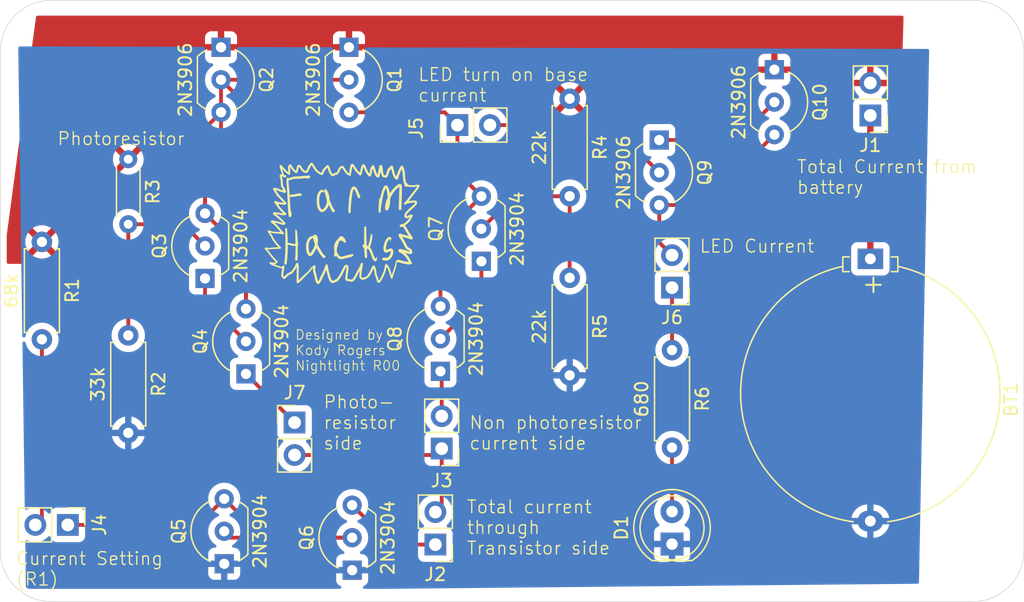
<source format=kicad_pcb>
(kicad_pcb (version 20240108) (generator "pcbnew") (generator_version "8.0")
  (layers (0 "F.Cu" signal) (31 "B.Cu" signal) (34 "B.Paste" user) (35 "F.Paste" user) (36 "B.SilkS" user "B.Silkscreen") (37 "F.SilkS" user "F.Silkscreen") (38 "B.Mask" user) (39 "F.Mask" user) (44 "Edge.Cuts" user))
  (net 0 "")
  (net 1 "GND")
  (net 2 "Net-(BT1-+)")
  (net 3 "Net-(D1-A)")
  (net 4 "Net-(J2-Pin_2)")
  (net 5 "Net-(J2-Pin_1)")
  (net 6 "Net-(J3-Pin_2)")
  (net 7 "Net-(J4-Pin_1)")
  (net 8 "Net-(J4-Pin_2)")
  (net 9 "Net-(J5-Pin_2)")
  (net 10 "Net-(J5-Pin_1)")
  (net 11 "Net-(J6-Pin_1)")
  (net 12 "Net-(J6-Pin_2)")
  (net 13 "Net-(J7-Pin_1)")
  (net 14 "Net-(Q1-B)")
  (net 15 "Net-(Q3-B)")
  (net 16 "Net-(Q3-E)")
  (net 17 "Net-(Q7-B)")
  (net 18 "Net-(Q7-E)")
  (net 19 "Net-(Q10-B)")
  (net 20 "/power")
  (footprint "Resistor_THT:R_Axial_DIN0204_L3.6mm_D1.6mm_P5.08mm_Horizontal" (layer "F.Cu") (at 59 70.42 -90)
    (property "Reference" "R3" (at 2.54 -1.92 90) (layer "F.SilkS"))
    (property "Value" "R_Photo")
    (pad "1" thru_hole circle (at 0 0 270) (size 1.4 1.4) (drill 0.7) (layers "*.Cu" "*.Mask") (net 20 "/power"))
    (pad "2" thru_hole oval (at 5.08 0 270) (size 1.4 1.4) (drill 0.7) (layers "*.Cu" "*.Mask") (net 15 "Net-(Q3-B)"))
  )
  (footprint "Resistor_THT:R_Axial_DIN0207_L6.3mm_D2.5mm_P7.62mm_Horizontal" (layer "F.Cu") (at 52.25 76.88 -90)
    (property "Reference" "R1" (at 3.81 -2.37 90) (layer "F.SilkS"))
    (property "Value" "68k" (at 3.81 2.37 90) (layer "F.SilkS"))
    (pad "1" thru_hole circle (at 0 0 270) (size 1.6 1.6) (drill 0.8) (layers "*.Cu" "*.Mask") (net 20 "/power"))
    (pad "2" thru_hole oval (at 7.62 0 270) (size 1.6 1.6) (drill 0.8) (layers "*.Cu" "*.Mask") (net 8 "Net-(J4-Pin_2)"))
  )
  (footprint "Package_TO_SOT_THT:TO-92_Inline_Wide" (layer "F.Cu") (at 76.5 102.54 90)
    (property "Reference" "Q6" (at 2.54 -3.56 90) (layer "F.SilkS"))
    (property "Value" "2N3904" (at 2.54 2.79 90) (layer "F.SilkS"))
    (pad "1" thru_hole rect (at 0 0 90) (size 1.5 1.5) (drill 0.8) (layers "*.Cu" "*.Mask") (net 1 "GND"))
    (pad "2" thru_hole circle (at 2.54 0 90) (size 1.5 1.5) (drill 0.8) (layers "*.Cu" "*.Mask") (net 7 "Net-(J4-Pin_1)"))
    (pad "3" thru_hole circle (at 5.08 0 90) (size 1.5 1.5) (drill 0.8) (layers "*.Cu" "*.Mask") (net 5 "Net-(J2-Pin_1)"))
  )
  (footprint "Package_TO_SOT_THT:TO-92_Inline_Wide" (layer "F.Cu") (at 76.25 61.67 -90)
    (property "Reference" "Q1" (at 2.54 -3.56 90) (layer "F.SilkS"))
    (property "Value" "2N3906" (at 2.54 2.79 90) (layer "F.SilkS"))
    (pad "1" thru_hole rect (at 0 0 270) (size 1.5 1.5) (drill 0.8) (layers "*.Cu" "*.Mask") (net 20 "/power"))
    (pad "2" thru_hole circle (at 2.54 0 270) (size 1.5 1.5) (drill 0.8) (layers "*.Cu" "*.Mask") (net 14 "Net-(Q1-B)"))
    (pad "3" thru_hole circle (at 5.08 0 270) (size 1.5 1.5) (drill 0.8) (layers "*.Cu" "*.Mask") (net 10 "Net-(J5-Pin_1)"))
  )
  (footprint "Battery:Battery_Panasonic_CR2032-HFN_Horizontal_CircularHoles" (layer "F.Cu") (at 117.000122 78.205 -90)
    (property "Reference" "BT1" (at 11 -11 90) (layer "F.SilkS"))
    (property "Value" "Battery_Cell")
    (fp_text user "+" (at 2.032 -0.127 90) (layer "F.SilkS") (effects (font (size 1.5 1.5))))
    (pad "1" thru_hole rect (at 0 0 270) (size 1.6 2) (drill 0.85) (layers "*.Cu" "*.Mask") (net 2 "Net-(BT1-+)"))
    (pad "2" thru_hole oval (at 20.5 0 270) (size 1.6 2) (drill 0.85) (layers "*.Cu" "*.Mask") (net 1 "GND"))
  )
  (footprint "Package_TO_SOT_THT:TO-92_Inline_Wide" (layer "F.Cu") (at 109.5 63.42 -90)
    (property "Reference" "Q10" (at 2.54 -3.56 90) (layer "F.SilkS"))
    (property "Value" "2N3906" (at 2.54 2.79 90) (layer "F.SilkS"))
    (pad "1" thru_hole rect (at 0 0 270) (size 1.5 1.5) (drill 0.8) (layers "*.Cu" "*.Mask") (net 20 "/power"))
    (pad "2" thru_hole circle (at 2.54 0 270) (size 1.5 1.5) (drill 0.8) (layers "*.Cu" "*.Mask") (net 19 "Net-(Q10-B)"))
    (pad "3" thru_hole circle (at 5.08 0 270) (size 1.5 1.5) (drill 0.8) (layers "*.Cu" "*.Mask") (net 12 "Net-(J6-Pin_2)"))
  )
  (footprint "Resistor_THT:R_Axial_DIN0207_L6.3mm_D2.5mm_P7.62mm_Horizontal" (layer "F.Cu") (at 101.5 85.34 -90)
    (property "Reference" "R6" (at 3.81 -2.37 90) (layer "F.SilkS"))
    (property "Value" "680" (at 3.81 2.37 90) (layer "F.SilkS"))
    (pad "1" thru_hole circle (at 0 0 270) (size 1.6 1.6) (drill 0.8) (layers "*.Cu" "*.Mask") (net 11 "Net-(J6-Pin_1)"))
    (pad "2" thru_hole oval (at 7.62 0 270) (size 1.6 1.6) (drill 0.8) (layers "*.Cu" "*.Mask") (net 3 "Net-(D1-A)"))
  )
  (footprint "Package_TO_SOT_THT:TO-92_Inline_Wide" (layer "F.Cu") (at 66.5 102.04 90)
    (property "Reference" "Q5" (at 2.54 -3.56 90) (layer "F.SilkS"))
    (property "Value" "2N3904" (at 2.54 2.79 90) (layer "F.SilkS"))
    (pad "1" thru_hole rect (at 0 0 90) (size 1.5 1.5) (drill 0.8) (layers "*.Cu" "*.Mask") (net 1 "GND"))
    (pad "2" thru_hole circle (at 2.54 0 90) (size 1.5 1.5) (drill 0.8) (layers "*.Cu" "*.Mask") (net 7 "Net-(J4-Pin_1)"))
    (pad "3" thru_hole circle (at 5.08 0 90) (size 1.5 1.5) (drill 0.8) (layers "*.Cu" "*.Mask") (net 7 "Net-(J4-Pin_1)"))
  )
  (footprint "Connector_PinHeader_2.54mm:PinHeader_1x02_P2.54mm_Vertical" (layer "F.Cu") (at 54.275 99 -90)
    (property "Reference" "J4" (at 0 -2.475 90) (layer "F.SilkS"))
    (property "Value" "Conn_01x02_Pin" (hide yes))
    (pad "1" thru_hole rect (at 0 0 270) (size 1.7 1.7) (drill 1) (layers "*.Cu" "*.Mask") (net 7 "Net-(J4-Pin_1)"))
    (pad "2" thru_hole oval (at 0 2.54 270) (size 1.7 1.7) (drill 1) (layers "*.Cu" "*.Mask") (net 8 "Net-(J4-Pin_2)"))
  )
  (footprint "kicad_libraries:farm_hacks" (layer "F.Cu") (at 76 76)
    (property "Reference" "G***" (hide yes))
    (property "Value" "LOGO" (hide yes))
  )
  (footprint "Package_TO_SOT_THT:TO-92_Inline_Wide" (layer "F.Cu") (at 100.5 68.92 -90)
    (property "Reference" "Q9" (at 2.54 -3.56 90) (layer "F.SilkS"))
    (property "Value" "2N3906" (at 2.54 2.79 90) (layer "F.SilkS"))
    (pad "1" thru_hole rect (at 0 0 270) (size 1.5 1.5) (drill 0.8) (layers "*.Cu" "*.Mask") (net 19 "Net-(Q10-B)"))
    (pad "2" thru_hole circle (at 2.54 0 270) (size 1.5 1.5) (drill 0.8) (layers "*.Cu" "*.Mask") (net 9 "Net-(J5-Pin_2)"))
    (pad "3" thru_hole circle (at 5.08 0 270) (size 1.5 1.5) (drill 0.8) (layers "*.Cu" "*.Mask") (net 12 "Net-(J6-Pin_2)"))
  )
  (footprint "Connector_PinHeader_2.54mm:PinHeader_1x02_P2.54mm_Vertical" (layer "F.Cu") (at 72 91)
    (property "Reference" "J7" (at 0 -2.33 360) (layer "F.SilkS"))
    (property "Value" "Conn_01x02_Pin" (hide yes))
    (pad "1" thru_hole rect (at 0 0) (size 1.7 1.7) (drill 1) (layers "*.Cu" "*.Mask") (net 13 "Net-(J7-Pin_1)"))
    (pad "2" thru_hole oval (at 0 2.54) (size 1.7 1.7) (drill 1) (layers "*.Cu" "*.Mask") (net 4 "Net-(J2-Pin_2)"))
  )
  (footprint "Resistor_THT:R_Axial_DIN0207_L6.3mm_D2.5mm_P7.62mm_Horizontal" (layer "F.Cu") (at 93.5 65.69 -90)
    (property "Reference" "R4" (at 3.81 -2.37 90) (layer "F.SilkS"))
    (property "Value" "22k" (at 3.81 2.37 90) (layer "F.SilkS"))
    (pad "1" thru_hole circle (at 0 0 270) (size 1.6 1.6) (drill 0.8) (layers "*.Cu" "*.Mask") (net 20 "/power"))
    (pad "2" thru_hole oval (at 7.62 0 270) (size 1.6 1.6) (drill 0.8) (layers "*.Cu" "*.Mask") (net 17 "Net-(Q7-B)"))
  )
  (footprint "Connector_PinHeader_2.54mm:PinHeader_1x02_P2.54mm_Vertical" (layer "F.Cu") (at 117 67 180)
    (property "Reference" "J1" (at 0 -2.33 360) (layer "F.SilkS"))
    (property "Value" "Conn_01x02_Pin" (hide yes))
    (pad "1" thru_hole rect (at 0 0 180) (size 1.7 1.7) (drill 1) (layers "*.Cu" "*.Mask") (net 2 "Net-(BT1-+)"))
    (pad "2" thru_hole oval (at 0 2.54 180) (size 1.7 1.7) (drill 1) (layers "*.Cu" "*.Mask") (net 20 "/power"))
  )
  (footprint "Connector_PinHeader_2.54mm:PinHeader_1x02_P2.54mm_Vertical" (layer "F.Cu") (at 83.5 93.04 180)
    (property "Reference" "J3" (at 0 -2.5 360) (layer "F.SilkS"))
    (property "Value" "Conn_01x02_Pin" (hide yes))
    (pad "1" thru_hole rect (at 0 0 180) (size 1.7 1.7) (drill 1) (layers "*.Cu" "*.Mask") (net 4 "Net-(J2-Pin_2)"))
    (pad "2" thru_hole oval (at 0 2.54 180) (size 1.7 1.7) (drill 1) (layers "*.Cu" "*.Mask") (net 6 "Net-(J3-Pin_2)"))
  )
  (footprint "Resistor_THT:R_Axial_DIN0207_L6.3mm_D2.5mm_P7.62mm_Horizontal" (layer "F.Cu") (at 59 84.19 -90)
    (property "Reference" "R2" (at 3.81 -2.37 90) (layer "F.SilkS"))
    (property "Value" "33k" (at 3.81 2.37 90) (layer "F.SilkS"))
    (pad "1" thru_hole circle (at 0 0 270) (size 1.6 1.6) (drill 0.8) (layers "*.Cu" "*.Mask") (net 15 "Net-(Q3-B)"))
    (pad "2" thru_hole oval (at 7.62 0 270) (size 1.6 1.6) (drill 0.8) (layers "*.Cu" "*.Mask") (net 1 "GND"))
  )
  (footprint "Package_TO_SOT_THT:TO-92_Inline_Wide" (layer "F.Cu") (at 68.2 87.2 90)
    (property "Reference" "Q4" (at 2.54 -3.56 90) (layer "F.SilkS"))
    (property "Value" "2N3904" (at 2.54 2.79 90) (layer "F.SilkS"))
    (pad "1" thru_hole rect (at 0 0 90) (size 1.5 1.5) (drill 0.8) (layers "*.Cu" "*.Mask") (net 13 "Net-(J7-Pin_1)"))
    (pad "2" thru_hole circle (at 2.54 0 90) (size 1.5 1.5) (drill 0.8) (layers "*.Cu" "*.Mask") (net 16 "Net-(Q3-E)"))
    (pad "3" thru_hole circle (at 5.08 0 90) (size 1.5 1.5) (drill 0.8) (layers "*.Cu" "*.Mask") (net 14 "Net-(Q1-B)"))
  )
  (footprint "Package_TO_SOT_THT:TO-92_Inline_Wide" (layer "F.Cu") (at 83.4 87 90)
    (property "Reference" "Q8" (at 2.54 -3.56 90) (layer "F.SilkS"))
    (property "Value" "2N3904" (at 2.54 2.79 90) (layer "F.SilkS"))
    (pad "1" thru_hole rect (at 0 0 90) (size 1.5 1.5) (drill 0.8) (layers "*.Cu" "*.Mask") (net 6 "Net-(J3-Pin_2)"))
    (pad "2" thru_hole circle (at 2.54 0 90) (size 1.5 1.5) (drill 0.8) (layers "*.Cu" "*.Mask") (net 18 "Net-(Q7-E)"))
    (pad "3" thru_hole circle (at 5.08 0 90) (size 1.5 1.5) (drill 0.8) (layers "*.Cu" "*.Mask") (net 10 "Net-(J5-Pin_1)"))
  )
  (footprint "Connector_PinHeader_2.54mm:PinHeader_1x02_P2.54mm_Vertical" (layer "F.Cu") (at 101.5 80.46 180)
    (property "Reference" "J6" (at 0 -2.33 360) (layer "F.SilkS"))
    (property "Value" "Conn_01x02_Pin" (hide yes))
    (pad "1" thru_hole rect (at 0 0 180) (size 1.7 1.7) (drill 1) (layers "*.Cu" "*.Mask") (net 11 "Net-(J6-Pin_1)"))
    (pad "2" thru_hole oval (at 0 2.54 180) (size 1.7 1.7) (drill 1) (layers "*.Cu" "*.Mask") (net 12 "Net-(J6-Pin_2)"))
  )
  (footprint "Package_TO_SOT_THT:TO-92_Inline_Wide" (layer "F.Cu") (at 65 79.74 90)
    (property "Reference" "Q3" (at 2.54 -3.56 90) (layer "F.SilkS"))
    (property "Value" "2N3904" (at 2.54 2.79 90) (layer "F.SilkS"))
    (pad "1" thru_hole rect (at 0 0 90) (size 1.5 1.5) (drill 0.8) (layers "*.Cu" "*.Mask") (net 16 "Net-(Q3-E)"))
    (pad "2" thru_hole circle (at 2.54 0 90) (size 1.5 1.5) (drill 0.8) (layers "*.Cu" "*.Mask") (net 15 "Net-(Q3-B)"))
    (pad "3" thru_hole circle (at 5.08 0 90) (size 1.5 1.5) (drill 0.8) (layers "*.Cu" "*.Mask") (net 14 "Net-(Q1-B)"))
  )
  (footprint "LED_THT:LED_D5.0mm" (layer "F.Cu") (at 101.5 100.5 90)
    (property "Reference" "D1" (at 1.27 -3.96 90) (layer "F.SilkS"))
    (property "Value" "LED")
    (pad "1" thru_hole rect (at 0 0 90) (size 1.8 1.8) (drill 0.9) (layers "*.Cu" "*.Mask") (net 1 "GND"))
    (pad "2" thru_hole circle (at 2.54 0 90) (size 1.8 1.8) (drill 0.9) (layers "*.Cu" "*.Mask") (net 3 "Net-(D1-A)"))
  )
  (footprint "Package_TO_SOT_THT:TO-92_Inline_Wide" (layer "F.Cu") (at 86.6 78.4 90)
    (property "Reference" "Q7" (at 2.54 -3.56 90) (layer "F.SilkS"))
    (property "Value" "2N3904" (at 2.54 2.79 90) (layer "F.SilkS"))
    (pad "1" thru_hole rect (at 0 0 90) (size 1.5 1.5) (drill 0.8) (layers "*.Cu" "*.Mask") (net 18 "Net-(Q7-E)"))
    (pad "2" thru_hole circle (at 2.54 0 90) (size 1.5 1.5) (drill 0.8) (layers "*.Cu" "*.Mask") (net 17 "Net-(Q7-B)"))
    (pad "3" thru_hole circle (at 5.08 0 90) (size 1.5 1.5) (drill 0.8) (layers "*.Cu" "*.Mask") (net 10 "Net-(J5-Pin_1)"))
  )
  (footprint "Connector_PinHeader_2.54mm:PinHeader_1x02_P2.54mm_Vertical" (layer "F.Cu") (at 83 100.54 180)
    (property "Reference" "J2" (at 0 -2.33 360) (layer "F.SilkS"))
    (property "Value" "Conn_01x02_Pin" (hide yes))
    (pad "1" thru_hole rect (at 0 0 180) (size 1.7 1.7) (drill 1) (layers "*.Cu" "*.Mask") (net 5 "Net-(J2-Pin_1)"))
    (pad "2" thru_hole oval (at 0 2.54 180) (size 1.7 1.7) (drill 1) (layers "*.Cu" "*.Mask") (net 4 "Net-(J2-Pin_2)"))
  )
  (footprint "Package_TO_SOT_THT:TO-92_Inline_Wide" (layer "F.Cu") (at 66.25 61.67 -90)
    (property "Reference" "Q2" (at 2.54 -3.56 90) (layer "F.SilkS"))
    (property "Value" "2N3906" (at 2.54 2.79 90) (layer "F.SilkS"))
    (pad "1" thru_hole rect (at 0 0 270) (size 1.5 1.5) (drill 0.8) (layers "*.Cu" "*.Mask") (net 20 "/power"))
    (pad "2" thru_hole circle (at 2.54 0 270) (size 1.5 1.5) (drill 0.8) (layers "*.Cu" "*.Mask") (net 14 "Net-(Q1-B)"))
    (pad "3" thru_hole circle (at 5.08 0 270) (size 1.5 1.5) (drill 0.8) (layers "*.Cu" "*.Mask") (net 14 "Net-(Q1-B)"))
  )
  (footprint "Resistor_THT:R_Axial_DIN0207_L6.3mm_D2.5mm_P7.62mm_Horizontal" (layer "F.Cu") (at 93.5 79.69 -90)
    (property "Reference" "R5" (at 3.81 -2.37 90) (layer "F.SilkS"))
    (property "Value" "22k" (at 3.81 2.37 90) (layer "F.SilkS"))
    (pad "1" thru_hole circle (at 0 0 270) (size 1.6 1.6) (drill 0.8) (layers "*.Cu" "*.Mask") (net 17 "Net-(Q7-B)"))
    (pad "2" thru_hole oval (at 7.62 0 270) (size 1.6 1.6) (drill 0.8) (layers "*.Cu" "*.Mask") (net 1 "GND"))
  )
  (footprint "Connector_PinHeader_2.54mm:PinHeader_1x02_P2.54mm_Vertical" (layer "F.Cu") (at 84.725 67.75 90)
    (property "Reference" "J5" (at -0.25 -3.225 90) (layer "F.SilkS"))
    (property "Value" "Conn_01x02_Pin" (hide yes))
    (pad "1" thru_hole rect (at 0 0 90) (size 1.7 1.7) (drill 1) (layers "*.Cu" "*.Mask") (net 10 "Net-(J5-Pin_1)"))
    (pad "2" thru_hole oval (at 0 2.54 90) (size 1.7 1.7) (drill 1) (layers "*.Cu" "*.Mask") (net 9 "Net-(J5-Pin_2)"))
  )
  (gr_arc (start 49 62) (mid 50.171573 59.171573) (end 53 58) (stroke (width 0.05)) (layer "Edge.Cuts"))
  (gr_line (start 125 105) (end 53 105) (stroke (width 0.05)) (layer "Edge.Cuts"))
  (gr_line (start 129 62) (end 129 101) (stroke (width 0.05)) (layer "Edge.Cuts"))
  (gr_line (start 49 101) (end 49 62) (stroke (width 0.05)) (layer "Edge.Cuts"))
  (gr_arc (start 125 58) (mid 127.828427 59.171573) (end 129 62) (stroke (width 0.05)) (layer "Edge.Cuts"))
  (gr_arc (start 53 105) (mid 50.171573 103.828427) (end 49 101) (stroke (width 0.05)) (layer "Edge.Cuts"))
  (gr_arc (start 129 101) (mid 127.828427 103.828427) (end 125 105) (stroke (width 0.05)) (layer "Edge.Cuts"))
  (gr_line (start 53 58) (end 125 58) (stroke (width 0.05)) (layer "Edge.Cuts"))
  (gr_text "Total current \nthrough\nTransistor side" (at 85.4 101.4 0) (layer "F.SilkS") (effects (font (size 1 1) (thickness 0.1)) (justify left bottom)))
  (gr_text "Current Setting\n(R1)" (at 50.171573 103.828427 0) (layer "F.SilkS") (effects (font (size 1 1) (thickness 0.1)) (justify left bottom)))
  (gr_text "Non photoresistor\ncurrent side" (at 85.6 93.2 0) (layer "F.SilkS") (effects (font (size 1 1) (thickness 0.1)) (justify left bottom)))
  (gr_text "Photoresistor" (at 53.4 69.4 0) (layer "F.SilkS") (effects (font (size 1 1) (thickness 0.1)) (justify left bottom)))
  (gr_text "Designed by \nKody Rogers\nNightlight R00" (at 72 87 0) (layer "F.SilkS") (effects (font (size 0.75 0.75) (thickness 0.075)) (justify left bottom)))
  (gr_text "LED Current" (at 103.6 77.8 0) (layer "F.SilkS") (effects (font (size 1 1) (thickness 0.1)) (justify left bottom)))
  (gr_text "LED turn on base\ncurrent" (at 81.6 66 0) (layer "F.SilkS") (effects (font (size 1 1) (thickness 0.1)) (justify left bottom)))
  (gr_text "Total Current from \nbattery" (at 111.2 73.2 0) (layer "F.SilkS") (effects (font (size 1 1) (thickness 0.1)) (justify left bottom)))
  (gr_text "Photo-\nresistor\nside" (at 74.2 93.2 0) (layer "F.SilkS") (effects (font (size 1 1) (thickness 0.1)) (justify left bottom)))
  (segment (start 117.000122 67.000122) (end 117 67) (width 0.5) (layer "F.Cu") (net 2))
  (segment (start 117.000122 78.205) (end 117.000122 67.000122) (width 0.5) (layer "F.Cu") (net 2))
  (segment (start 101.5 92.96) (end 101.5 97.96) (width 0.3) (layer "F.Cu") (net 3))
  (segment (start 72 93.54) (end 83 93.54) (width 0.3) (layer "F.Cu") (net 4))
  (segment (start 83 93.54) (end 83.5 93.04) (width 0.3) (layer "F.Cu") (net 4))
  (segment (start 83.5 93.04) (end 83.5 97.5) (width 0.3) (layer "F.Cu") (net 4))
  (segment (start 83.5 97.5) (end 83 98) (width 0.3) (layer "F.Cu") (net 4))
  (segment (start 83 100.54) (end 79.58 100.54) (width 0.3) (layer "F.Cu") (net 5))
  (segment (start 79.58 100.54) (end 76.5 97.46) (width 0.3) (layer "F.Cu") (net 5))
  (segment (start 83.4 87.2) (end 83.5 87.3) (width 0.3) (layer "F.Cu") (net 6))
  (segment (start 83.4 87) (end 83.4 87.2) (width 0.3) (layer "F.Cu") (net 6))
  (segment (start 83.5 87.3) (end 83.5 90.5) (width 0.3) (layer "F.Cu") (net 6))
  (segment (start 76.5 100) (end 67 100) (width 0.3) (layer "F.Cu") (net 7))
  (segment (start 69.54 100) (end 76.5 100) (width 0.3) (layer "F.Cu") (net 7))
  (segment (start 64.46 99) (end 66.5 96.96) (width 0.3) (layer "F.Cu") (net 7))
  (segment (start 54.275 99) (end 64.46 99) (width 0.3) (layer "F.Cu") (net 7))
  (segment (start 66.5 96.96) (end 69.54 100) (width 0.3) (layer "F.Cu") (net 7))
  (segment (start 67 100) (end 66.5 99.5) (width 0.3) (layer "F.Cu") (net 7))
  (segment (start 52.25 98.485) (end 51.735 99) (width 0.3) (layer "F.Cu") (net 8))
  (segment (start 52.25 84.5) (end 52.25 98.485) (width 0.3) (layer "F.Cu") (net 8))
  (segment (start 87.265 67.75) (end 96.79 67.75) (width 0.3) (layer "F.Cu") (net 9))
  (segment (start 96.79 67.75) (end 100.5 71.46) (width 0.3) (layer "F.Cu") (net 9))
  (segment (start 83.725 66.75) (end 84.725 67.75) (width 0.3) (layer "F.Cu") (net 10))
  (segment (start 86.6 73.32) (end 83.4 76.52) (width 0.3) (layer "F.Cu") (net 10))
  (segment (start 76.25 66.75) (end 83.725 66.75) (width 0.3) (layer "F.Cu") (net 10))
  (segment (start 84.725 71.445) (end 86.6 73.32) (width 0.3) (layer "F.Cu") (net 10))
  (segment (start 84.725 67.75) (end 84.725 71.445) (width 0.3) (layer "F.Cu") (net 10))
  (segment (start 83.4 76.52) (end 83.4 81.92) (width 0.3) (layer "F.Cu") (net 10))
  (segment (start 101.5 80.46) (end 101.5 85.34) (width 0.3) (layer "F.Cu") (net 11))
  (segment (start 109.5 68.5) (end 104 74) (width 0.3) (layer "F.Cu") (net 12))
  (segment (start 100.5 74) (end 100.5 76.92) (width 0.3) (layer "F.Cu") (net 12))
  (segment (start 100.5 76.92) (end 101.5 77.92) (width 0.3) (layer "F.Cu") (net 12))
  (segment (start 104 74) (end 100.5 74) (width 0.3) (layer "F.Cu") (net 12))
  (segment (start 68.2 87.2) (end 72 91) (width 0.3) (layer "F.Cu") (net 13))
  (segment (start 66.25 66.75) (end 66.25 71.05) (width 0.3) (layer "F.Cu") (net 14))
  (segment (start 68.2 77.86) (end 65 74.66) (width 0.3) (layer "F.Cu") (net 14))
  (segment (start 68.2 82.12) (end 68.2 77.86) (width 0.3) (layer "F.Cu") (net 14))
  (segment (start 65 68) (end 66.25 66.75) (width 0.3) (layer "F.Cu") (net 14))
  (segment (start 65 74.66) (end 65 68) (width 0.3) (layer "F.Cu") (net 14))
  (segment (start 71 64.21) (end 76.25 64.21) (width 0.3) (layer "F.Cu") (net 14))
  (segment (start 66.25 71.05) (end 68.2 73) (width 0.3) (layer "F.Cu") (net 14))
  (segment (start 65 70.21) (end 71 64.21) (width 0.3) (layer "F.Cu") (net 14))
  (segment (start 66.25 64.21) (end 68.2 66.16) (width 0.3) (layer "F.Cu") (net 14))
  (segment (start 68.2 73) (end 68.2 82.12) (width 0.3) (layer "F.Cu") (net 14))
  (segment (start 66.25 64.21) (end 66.25 66.75) (width 0.3) (layer "F.Cu") (net 14))
  (segment (start 65 74.66) (end 65 70.21) (width 0.3) (layer "F.Cu") (net 14))
  (segment (start 68.2 66.16) (end 68.2 73) (width 0.3) (layer "F.Cu") (net 14))
  (segment (start 66.25 64.21) (end 71 64.21) (width 0.3) (layer "F.Cu") (net 14))
  (segment (start 59 75.5) (end 63.3 75.5) (width 0.3) (layer "F.Cu") (net 15))
  (segment (start 59 75.5) (end 59 84.19) (width 0.3) (layer "F.Cu") (net 15))
  (segment (start 63.3 75.5) (end 65 77.2) (width 0.3) (layer "F.Cu") (net 15))
  (segment (start 65 81.46) (end 68.2 84.66) (width 0.3) (layer "F.Cu") (net 16))
  (segment (start 65 79.74) (end 65 81.46) (width 0.3) (layer "F.Cu") (net 16))
  (segment (start 89.15 73.31) (end 86.6 75.86) (width 0.3) (layer "F.Cu") (net 17))
  (segment (start 93.5 73.31) (end 89.15 73.31) (width 0.3) (layer "F.Cu") (net 17))
  (segment (start 93.5 73.31) (end 93.5 79.69) (width 0.3) (layer "F.Cu") (net 17))
  (segment (start 86.6 78.4) (end 86.6 81.26) (width 0.3) (layer "F.Cu") (net 18))
  (segment (start 86.6 81.26) (end 83.4 84.46) (width 0.3) (layer "F.Cu") (net 18))
  (segment (start 109.5 65.96) (end 106.54 68.92) (width 0.3) (layer "F.Cu") (net 19))
  (segment (start 106.54 68.92) (end 100.5 68.92) (width 0.3) (layer "F.Cu") (net 19))
  (zone (net 20) (net_name "/power") (layer "F.Cu") (connect_pads (clearance 0.5)) (min_thickness 0.25) (fill yes (thermal_gap 0.5) (thermal_bridge_width 0.5))
    (polygon (pts (xy 119.6 59.2) (xy 51.8 59.2) (xy 49.2 78.6) (xy 53.8 78.6) (xy 60.6 70) (xy 63.2 63.2) (xy 71 62.8) (xy 80.8 62.6) (xy 90.8 67.4) (xy 96.4 67) (xy 108.6 64.8) (xy 114 65.2) (xy 119.4 66)))
  )
  (zone (net 1) (net_name "GND") (layer "B.Cu") (priority 1) (connect_pads (clearance 0.5)) (min_thickness 0.25) (fill yes (thermal_gap 0.5) (thermal_bridge_width 0.5))
    (polygon (pts (xy 50.4 61.6) (xy 121.6 61.8) (xy 120.8 103.6) (xy 79 104) (xy 51 104)))
  )
)
</source>
